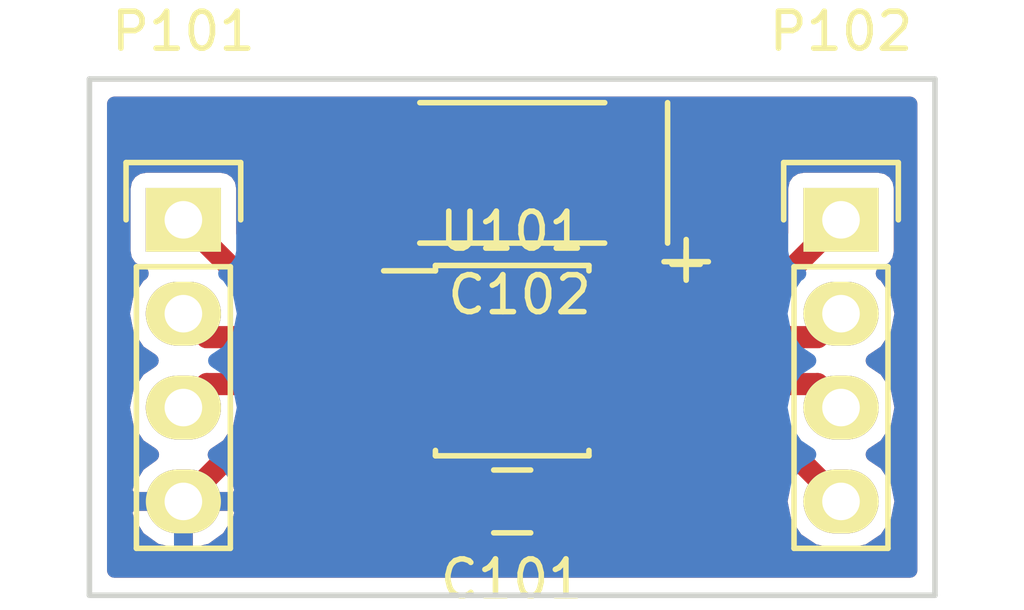
<source format=kicad_pcb>
(kicad_pcb (version 4) (host pcbnew 4.0.2+e4-6225~38~ubuntu14.04.1-stable)

  (general
    (links 12)
    (no_connects 0)
    (area 133.271667 95.325 161.368334 112.345)
    (thickness 1.6)
    (drawings 4)
    (tracks 20)
    (zones 0)
    (modules 5)
    (nets 9)
  )

  (page A4)
  (layers
    (0 F.Cu signal)
    (31 B.Cu signal)
    (32 B.Adhes user)
    (33 F.Adhes user)
    (34 B.Paste user)
    (35 F.Paste user)
    (36 B.SilkS user)
    (37 F.SilkS user)
    (38 B.Mask user)
    (39 F.Mask user)
    (40 Dwgs.User user)
    (41 Cmts.User user)
    (42 Eco1.User user)
    (43 Eco2.User user)
    (44 Edge.Cuts user)
    (45 Margin user)
    (46 B.CrtYd user)
    (47 F.CrtYd user)
    (48 B.Fab user)
    (49 F.Fab user)
  )

  (setup
    (last_trace_width 0.6)
    (trace_clearance 0.25)
    (zone_clearance 0.4)
    (zone_45_only no)
    (trace_min 0.3)
    (segment_width 0.2)
    (edge_width 0.15)
    (via_size 1.5)
    (via_drill 1)
    (via_min_size 1.5)
    (via_min_drill 1)
    (uvia_size 0.3)
    (uvia_drill 0.1)
    (uvias_allowed no)
    (uvia_min_size 0.2)
    (uvia_min_drill 0.1)
    (pcb_text_width 0.3)
    (pcb_text_size 1.5 1.5)
    (mod_edge_width 0.15)
    (mod_text_size 1 1)
    (mod_text_width 0.15)
    (pad_size 1.524 1.524)
    (pad_drill 0.762)
    (pad_to_mask_clearance 0.2)
    (aux_axis_origin 0 0)
    (visible_elements FFFCFF7F)
    (pcbplotparams
      (layerselection 0x01000_80000001)
      (usegerberextensions false)
      (excludeedgelayer true)
      (linewidth 0.050000)
      (plotframeref false)
      (viasonmask false)
      (mode 1)
      (useauxorigin false)
      (hpglpennumber 1)
      (hpglpenspeed 20)
      (hpglpendiameter 15)
      (hpglpenoverlay 2)
      (psnegative false)
      (psa4output false)
      (plotreference true)
      (plotvalue true)
      (plotinvisibletext false)
      (padsonsilk false)
      (subtractmaskfromsilk false)
      (outputformat 1)
      (mirror false)
      (drillshape 0)
      (scaleselection 1)
      (outputdirectory ./manufacture))
  )

  (net 0 "")
  (net 1 VDD)
  (net 2 GND)
  (net 3 "Net-(P101-Pad1)")
  (net 4 "Net-(P101-Pad2)")
  (net 5 "Net-(P101-Pad3)")
  (net 6 "Net-(P102-Pad1)")
  (net 7 "Net-(P102-Pad3)")
  (net 8 "Net-(P102-Pad4)")

  (net_class Default "This is the default net class."
    (clearance 0.25)
    (trace_width 0.6)
    (via_dia 1.5)
    (via_drill 1)
    (uvia_dia 0.3)
    (uvia_drill 0.1)
    (add_net GND)
    (add_net "Net-(P101-Pad1)")
    (add_net "Net-(P101-Pad2)")
    (add_net "Net-(P101-Pad3)")
    (add_net "Net-(P102-Pad1)")
    (add_net "Net-(P102-Pad3)")
    (add_net "Net-(P102-Pad4)")
    (add_net VDD)
  )

  (module Capacitors_SMD:C_0805_HandSoldering (layer F.Cu) (tedit 541A9B8D) (tstamp 579B4817)
    (at 147.32 109.22 180)
    (descr "Capacitor SMD 0805, hand soldering")
    (tags "capacitor 0805")
    (path /579B4ADE)
    (attr smd)
    (fp_text reference C101 (at 0 -2.1 180) (layer F.SilkS)
      (effects (font (size 1 1) (thickness 0.15)))
    )
    (fp_text value "100n ceramic" (at 0 2.1 180) (layer F.Fab)
      (effects (font (size 1 1) (thickness 0.15)))
    )
    (fp_line (start -2.3 -1) (end 2.3 -1) (layer F.CrtYd) (width 0.05))
    (fp_line (start -2.3 1) (end 2.3 1) (layer F.CrtYd) (width 0.05))
    (fp_line (start -2.3 -1) (end -2.3 1) (layer F.CrtYd) (width 0.05))
    (fp_line (start 2.3 -1) (end 2.3 1) (layer F.CrtYd) (width 0.05))
    (fp_line (start 0.5 -0.85) (end -0.5 -0.85) (layer F.SilkS) (width 0.15))
    (fp_line (start -0.5 0.85) (end 0.5 0.85) (layer F.SilkS) (width 0.15))
    (pad 1 smd rect (at -1.25 0 180) (size 1.5 1.25) (layers F.Cu F.Paste F.Mask)
      (net 1 VDD))
    (pad 2 smd rect (at 1.25 0 180) (size 1.5 1.25) (layers F.Cu F.Paste F.Mask)
      (net 2 GND))
    (model Capacitors_SMD.3dshapes/C_0805_HandSoldering.wrl
      (at (xyz 0 0 0))
      (scale (xyz 1 1 1))
      (rotate (xyz 0 0 0))
    )
  )

  (module Capacitors_Tantalum_SMD:TantalC_SizeB_EIA-3528_HandSoldering (layer F.Cu) (tedit 0) (tstamp 579B481D)
    (at 147.32 100.33 180)
    (descr "Tantal Cap. , Size B, EIA-3528, Hand Soldering,")
    (tags "Tantal Cap. , Size B, EIA-3528, Hand Soldering,")
    (path /579B4B03)
    (attr smd)
    (fp_text reference C102 (at -0.20066 -3.29946 180) (layer F.SilkS)
      (effects (font (size 1 1) (thickness 0.15)))
    )
    (fp_text value "1u tantalum" (at -0.09906 3.59918 180) (layer F.Fab)
      (effects (font (size 1 1) (thickness 0.15)))
    )
    (fp_text user + (at -4.70154 -2.4003 180) (layer F.SilkS)
      (effects (font (size 1 1) (thickness 0.15)))
    )
    (fp_line (start -4.20116 -1.89992) (end -4.20116 1.89992) (layer F.SilkS) (width 0.15))
    (fp_line (start 2.49936 -1.89992) (end -2.49936 -1.89992) (layer F.SilkS) (width 0.15))
    (fp_line (start 2.49682 1.89992) (end -2.5019 1.89992) (layer F.SilkS) (width 0.15))
    (fp_line (start -4.70408 -2.90322) (end -4.70408 -1.8034) (layer F.SilkS) (width 0.15))
    (fp_line (start -5.30352 -2.40284) (end -4.10464 -2.40284) (layer F.SilkS) (width 0.15))
    (pad 2 smd rect (at 2.12598 0 180) (size 3.1496 1.80086) (layers F.Cu F.Paste F.Mask)
      (net 2 GND))
    (pad 1 smd rect (at -2.12598 0 180) (size 3.1496 1.80086) (layers F.Cu F.Paste F.Mask)
      (net 1 VDD))
    (model Capacitors_Tantalum_SMD.3dshapes/TantalC_SizeB_EIA-3528_HandSoldering.wrl
      (at (xyz 0 0 0))
      (scale (xyz 1 1 1))
      (rotate (xyz 0 0 180))
    )
  )

  (module Pin_Headers:Pin_Header_Straight_1x04 (layer F.Cu) (tedit 0) (tstamp 579B4825)
    (at 138.43 101.6)
    (descr "Through hole pin header")
    (tags "pin header")
    (path /579B51CE)
    (fp_text reference P101 (at 0 -5.1) (layer F.SilkS)
      (effects (font (size 1 1) (thickness 0.15)))
    )
    (fp_text value CONN_01X04 (at 0 -3.1) (layer F.Fab)
      (effects (font (size 1 1) (thickness 0.15)))
    )
    (fp_line (start -1.75 -1.75) (end -1.75 9.4) (layer F.CrtYd) (width 0.05))
    (fp_line (start 1.75 -1.75) (end 1.75 9.4) (layer F.CrtYd) (width 0.05))
    (fp_line (start -1.75 -1.75) (end 1.75 -1.75) (layer F.CrtYd) (width 0.05))
    (fp_line (start -1.75 9.4) (end 1.75 9.4) (layer F.CrtYd) (width 0.05))
    (fp_line (start -1.27 1.27) (end -1.27 8.89) (layer F.SilkS) (width 0.15))
    (fp_line (start 1.27 1.27) (end 1.27 8.89) (layer F.SilkS) (width 0.15))
    (fp_line (start 1.55 -1.55) (end 1.55 0) (layer F.SilkS) (width 0.15))
    (fp_line (start -1.27 8.89) (end 1.27 8.89) (layer F.SilkS) (width 0.15))
    (fp_line (start 1.27 1.27) (end -1.27 1.27) (layer F.SilkS) (width 0.15))
    (fp_line (start -1.55 0) (end -1.55 -1.55) (layer F.SilkS) (width 0.15))
    (fp_line (start -1.55 -1.55) (end 1.55 -1.55) (layer F.SilkS) (width 0.15))
    (pad 1 thru_hole rect (at 0 0) (size 2.032 1.7272) (drill 1.016) (layers *.Cu *.Mask F.SilkS)
      (net 3 "Net-(P101-Pad1)"))
    (pad 2 thru_hole oval (at 0 2.54) (size 2.032 1.7272) (drill 1.016) (layers *.Cu *.Mask F.SilkS)
      (net 4 "Net-(P101-Pad2)"))
    (pad 3 thru_hole oval (at 0 5.08) (size 2.032 1.7272) (drill 1.016) (layers *.Cu *.Mask F.SilkS)
      (net 5 "Net-(P101-Pad3)"))
    (pad 4 thru_hole oval (at 0 7.62) (size 2.032 1.7272) (drill 1.016) (layers *.Cu *.Mask F.SilkS)
      (net 2 GND))
    (model Pin_Headers.3dshapes/Pin_Header_Straight_1x04.wrl
      (at (xyz 0 -0.15 0))
      (scale (xyz 1 1 1))
      (rotate (xyz 0 0 90))
    )
  )

  (module Pin_Headers:Pin_Header_Straight_1x04 (layer F.Cu) (tedit 0) (tstamp 579B482D)
    (at 156.21 101.6)
    (descr "Through hole pin header")
    (tags "pin header")
    (path /579B5267)
    (fp_text reference P102 (at 0 -5.1) (layer F.SilkS)
      (effects (font (size 1 1) (thickness 0.15)))
    )
    (fp_text value CONN_01X04 (at 0 -3.1) (layer F.Fab)
      (effects (font (size 1 1) (thickness 0.15)))
    )
    (fp_line (start -1.75 -1.75) (end -1.75 9.4) (layer F.CrtYd) (width 0.05))
    (fp_line (start 1.75 -1.75) (end 1.75 9.4) (layer F.CrtYd) (width 0.05))
    (fp_line (start -1.75 -1.75) (end 1.75 -1.75) (layer F.CrtYd) (width 0.05))
    (fp_line (start -1.75 9.4) (end 1.75 9.4) (layer F.CrtYd) (width 0.05))
    (fp_line (start -1.27 1.27) (end -1.27 8.89) (layer F.SilkS) (width 0.15))
    (fp_line (start 1.27 1.27) (end 1.27 8.89) (layer F.SilkS) (width 0.15))
    (fp_line (start 1.55 -1.55) (end 1.55 0) (layer F.SilkS) (width 0.15))
    (fp_line (start -1.27 8.89) (end 1.27 8.89) (layer F.SilkS) (width 0.15))
    (fp_line (start 1.27 1.27) (end -1.27 1.27) (layer F.SilkS) (width 0.15))
    (fp_line (start -1.55 0) (end -1.55 -1.55) (layer F.SilkS) (width 0.15))
    (fp_line (start -1.55 -1.55) (end 1.55 -1.55) (layer F.SilkS) (width 0.15))
    (pad 1 thru_hole rect (at 0 0) (size 2.032 1.7272) (drill 1.016) (layers *.Cu *.Mask F.SilkS)
      (net 6 "Net-(P102-Pad1)"))
    (pad 2 thru_hole oval (at 0 2.54) (size 2.032 1.7272) (drill 1.016) (layers *.Cu *.Mask F.SilkS)
      (net 1 VDD))
    (pad 3 thru_hole oval (at 0 5.08) (size 2.032 1.7272) (drill 1.016) (layers *.Cu *.Mask F.SilkS)
      (net 7 "Net-(P102-Pad3)"))
    (pad 4 thru_hole oval (at 0 7.62) (size 2.032 1.7272) (drill 1.016) (layers *.Cu *.Mask F.SilkS)
      (net 8 "Net-(P102-Pad4)"))
    (model Pin_Headers.3dshapes/Pin_Header_Straight_1x04.wrl
      (at (xyz 0 -0.15 0))
      (scale (xyz 1 1 1))
      (rotate (xyz 0 0 90))
    )
  )

  (module Housings_SOIC:SOIC-8_3.9x4.9mm_Pitch1.27mm (layer F.Cu) (tedit 54130A77) (tstamp 579B4839)
    (at 147.32 105.41)
    (descr "8-Lead Plastic Small Outline (SN) - Narrow, 3.90 mm Body [SOIC] (see Microchip Packaging Specification 00000049BS.pdf)")
    (tags "SOIC 1.27")
    (path /579B4500)
    (attr smd)
    (fp_text reference U101 (at 0 -3.5) (layer F.SilkS)
      (effects (font (size 1 1) (thickness 0.15)))
    )
    (fp_text value MCP6N11 (at 0 3.5) (layer F.Fab)
      (effects (font (size 1 1) (thickness 0.15)))
    )
    (fp_line (start -3.75 -2.75) (end -3.75 2.75) (layer F.CrtYd) (width 0.05))
    (fp_line (start 3.75 -2.75) (end 3.75 2.75) (layer F.CrtYd) (width 0.05))
    (fp_line (start -3.75 -2.75) (end 3.75 -2.75) (layer F.CrtYd) (width 0.05))
    (fp_line (start -3.75 2.75) (end 3.75 2.75) (layer F.CrtYd) (width 0.05))
    (fp_line (start -2.075 -2.575) (end -2.075 -2.43) (layer F.SilkS) (width 0.15))
    (fp_line (start 2.075 -2.575) (end 2.075 -2.43) (layer F.SilkS) (width 0.15))
    (fp_line (start 2.075 2.575) (end 2.075 2.43) (layer F.SilkS) (width 0.15))
    (fp_line (start -2.075 2.575) (end -2.075 2.43) (layer F.SilkS) (width 0.15))
    (fp_line (start -2.075 -2.575) (end 2.075 -2.575) (layer F.SilkS) (width 0.15))
    (fp_line (start -2.075 2.575) (end 2.075 2.575) (layer F.SilkS) (width 0.15))
    (fp_line (start -2.075 -2.43) (end -3.475 -2.43) (layer F.SilkS) (width 0.15))
    (pad 1 smd rect (at -2.7 -1.905) (size 1.55 0.6) (layers F.Cu F.Paste F.Mask)
      (net 3 "Net-(P101-Pad1)"))
    (pad 2 smd rect (at -2.7 -0.635) (size 1.55 0.6) (layers F.Cu F.Paste F.Mask)
      (net 4 "Net-(P101-Pad2)"))
    (pad 3 smd rect (at -2.7 0.635) (size 1.55 0.6) (layers F.Cu F.Paste F.Mask)
      (net 5 "Net-(P101-Pad3)"))
    (pad 4 smd rect (at -2.7 1.905) (size 1.55 0.6) (layers F.Cu F.Paste F.Mask)
      (net 2 GND))
    (pad 5 smd rect (at 2.7 1.905) (size 1.55 0.6) (layers F.Cu F.Paste F.Mask)
      (net 8 "Net-(P102-Pad4)"))
    (pad 6 smd rect (at 2.7 0.635) (size 1.55 0.6) (layers F.Cu F.Paste F.Mask)
      (net 7 "Net-(P102-Pad3)"))
    (pad 7 smd rect (at 2.7 -0.635) (size 1.55 0.6) (layers F.Cu F.Paste F.Mask)
      (net 1 VDD))
    (pad 8 smd rect (at 2.7 -1.905) (size 1.55 0.6) (layers F.Cu F.Paste F.Mask)
      (net 6 "Net-(P102-Pad1)"))
    (model Housings_SOIC.3dshapes/SOIC-8_3.9x4.9mm_Pitch1.27mm.wrl
      (at (xyz 0 0 0))
      (scale (xyz 1 1 1))
      (rotate (xyz 0 0 0))
    )
  )

  (gr_line (start 158.75 111.76) (end 158.75 97.79) (angle 90) (layer Edge.Cuts) (width 0.15))
  (gr_line (start 135.89 111.76) (end 158.75 111.76) (angle 90) (layer Edge.Cuts) (width 0.15))
  (gr_line (start 135.89 97.79) (end 135.89 111.76) (angle 90) (layer Edge.Cuts) (width 0.15))
  (gr_line (start 158.75 97.79) (end 135.89 97.79) (angle 90) (layer Edge.Cuts) (width 0.15))

  (segment (start 150.02 104.775) (end 155.575 104.775) (width 0.6) (layer F.Cu) (net 1))
  (segment (start 155.575 104.775) (end 156.21 104.14) (width 0.6) (layer F.Cu) (net 1) (tstamp 579B4A5C))
  (segment (start 150.02 104.775) (end 148.57 104.775) (width 0.6) (layer F.Cu) (net 1))
  (segment (start 148.57 109.22) (end 148.57 104.775) (width 0.6) (layer F.Cu) (net 1))
  (segment (start 148.57 104.775) (end 148.57 101.20598) (width 0.6) (layer F.Cu) (net 1) (tstamp 579B48F5))
  (segment (start 148.57 101.20598) (end 149.44598 100.33) (width 0.6) (layer F.Cu) (net 1) (tstamp 579B48F0))
  (segment (start 144.62 107.315) (end 140.335 107.315) (width 0.6) (layer F.Cu) (net 2))
  (segment (start 140.335 107.315) (end 138.43 109.22) (width 0.6) (layer F.Cu) (net 2) (tstamp 579B4A56))
  (segment (start 144.62 103.505) (end 140.335 103.505) (width 0.6) (layer F.Cu) (net 3))
  (segment (start 140.335 103.505) (end 138.43 101.6) (width 0.6) (layer F.Cu) (net 3) (tstamp 579B4A4D))
  (segment (start 144.62 104.775) (end 139.065 104.775) (width 0.6) (layer F.Cu) (net 4))
  (segment (start 139.065 104.775) (end 138.43 104.14) (width 0.6) (layer F.Cu) (net 4) (tstamp 579B4A50))
  (segment (start 144.62 106.045) (end 139.065 106.045) (width 0.6) (layer F.Cu) (net 5))
  (segment (start 139.065 106.045) (end 138.43 106.68) (width 0.6) (layer F.Cu) (net 5) (tstamp 579B4A53))
  (segment (start 150.02 103.505) (end 154.305 103.505) (width 0.6) (layer F.Cu) (net 6))
  (segment (start 154.305 103.505) (end 156.21 101.6) (width 0.6) (layer F.Cu) (net 6) (tstamp 579B4A59))
  (segment (start 150.02 106.045) (end 155.575 106.045) (width 0.6) (layer F.Cu) (net 7))
  (segment (start 155.575 106.045) (end 156.21 106.68) (width 0.6) (layer F.Cu) (net 7) (tstamp 579B4A5F))
  (segment (start 150.02 107.315) (end 154.305 107.315) (width 0.6) (layer F.Cu) (net 8))
  (segment (start 154.305 107.315) (end 156.21 109.22) (width 0.6) (layer F.Cu) (net 8) (tstamp 579B4A62))

  (zone (net 2) (net_name GND) (layer F.Cu) (tstamp 579B6AAC) (hatch edge 0.508)
    (connect_pads (clearance 0.4))
    (min_thickness 0.4)
    (fill yes (arc_segments 16) (thermal_gap 0.4) (thermal_bridge_width 0.508))
    (polygon
      (pts
        (xy 158.75 111.76) (xy 135.89 111.76) (xy 135.89 97.79) (xy 158.75 97.79) (xy 158.75 111.76)
      )
    )
    (filled_polygon
      (pts
        (xy 158.075 111.085) (xy 136.565 111.085) (xy 136.565 109.502137) (xy 136.841452 109.502137) (xy 136.904745 109.730206)
        (xy 137.204495 110.216738) (xy 137.667615 110.551525) (xy 138.2236 110.6836) (xy 138.376 110.6836) (xy 138.376 109.274)
        (xy 138.484 109.274) (xy 138.484 110.6836) (xy 138.6364 110.6836) (xy 139.192385 110.551525) (xy 139.655505 110.216738)
        (xy 139.955255 109.730206) (xy 140.018548 109.502137) (xy 139.976196 109.424) (xy 144.72 109.424) (xy 144.72 109.964348)
        (xy 144.811345 110.184873) (xy 144.980128 110.353656) (xy 145.200653 110.445) (xy 145.866 110.445) (xy 146.016 110.295)
        (xy 146.016 109.274) (xy 144.87 109.274) (xy 144.72 109.424) (xy 139.976196 109.424) (xy 139.89489 109.274)
        (xy 138.484 109.274) (xy 138.376 109.274) (xy 136.96511 109.274) (xy 136.841452 109.502137) (xy 136.565 109.502137)
        (xy 136.565 104.14) (xy 136.782341 104.14) (xy 136.893751 104.700095) (xy 137.21102 105.174921) (xy 137.56284 105.41)
        (xy 137.21102 105.645079) (xy 136.893751 106.119905) (xy 136.782341 106.68) (xy 136.893751 107.240095) (xy 137.21102 107.714921)
        (xy 137.57306 107.956829) (xy 137.204495 108.223262) (xy 136.904745 108.709794) (xy 136.841452 108.937863) (xy 136.96511 109.166)
        (xy 138.376 109.166) (xy 138.376 109.146) (xy 138.484 109.146) (xy 138.484 109.166) (xy 139.89489 109.166)
        (xy 140.018548 108.937863) (xy 139.955255 108.709794) (xy 139.655505 108.223262) (xy 139.28694 107.956829) (xy 139.64898 107.714921)
        (xy 139.77989 107.519) (xy 143.245 107.519) (xy 143.245 107.734348) (xy 143.336345 107.954873) (xy 143.505128 108.123656)
        (xy 143.725653 108.215) (xy 144.416 108.215) (xy 144.566 108.065) (xy 144.566 107.369) (xy 144.674 107.369)
        (xy 144.674 108.065) (xy 144.824 108.215) (xy 144.851472 108.215) (xy 144.811345 108.255127) (xy 144.72 108.475652)
        (xy 144.72 109.016) (xy 144.87 109.166) (xy 146.016 109.166) (xy 146.016 108.145) (xy 145.866 107.995)
        (xy 145.863528 107.995) (xy 145.903655 107.954873) (xy 145.995 107.734348) (xy 145.995 107.519) (xy 145.845 107.369)
        (xy 144.674 107.369) (xy 144.566 107.369) (xy 143.395 107.369) (xy 143.245 107.519) (xy 139.77989 107.519)
        (xy 139.966249 107.240095) (xy 140.024947 106.945) (xy 143.245 106.945) (xy 143.245 107.111) (xy 143.395 107.261)
        (xy 144.566 107.261) (xy 144.566 107.241) (xy 144.674 107.241) (xy 144.674 107.261) (xy 145.845 107.261)
        (xy 145.995 107.111) (xy 145.995 106.895652) (xy 145.903655 106.675127) (xy 145.898877 106.670349) (xy 145.958556 106.583007)
        (xy 146.006754 106.345) (xy 146.006754 105.745) (xy 145.964917 105.522654) (xy 145.892357 105.409893) (xy 145.958556 105.313007)
        (xy 146.006754 105.075) (xy 146.006754 104.475) (xy 145.964917 104.252654) (xy 145.892357 104.139893) (xy 145.958556 104.043007)
        (xy 146.006754 103.805) (xy 146.006754 103.205) (xy 145.964917 102.982654) (xy 145.83351 102.778442) (xy 145.633007 102.641444)
        (xy 145.395 102.593246) (xy 143.845 102.593246) (xy 143.782532 102.605) (xy 140.707792 102.605) (xy 140.057754 101.954962)
        (xy 140.057754 100.7364) (xy 140.019671 100.534) (xy 143.01922 100.534) (xy 143.01922 101.349778) (xy 143.110565 101.570303)
        (xy 143.279348 101.739086) (xy 143.499873 101.83043) (xy 144.99002 101.83043) (xy 145.14002 101.68043) (xy 145.14002 100.384)
        (xy 143.16922 100.384) (xy 143.01922 100.534) (xy 140.019671 100.534) (xy 140.015917 100.514054) (xy 139.88451 100.309842)
        (xy 139.684007 100.172844) (xy 139.446 100.124646) (xy 137.414 100.124646) (xy 137.191654 100.166483) (xy 136.987442 100.29789)
        (xy 136.850444 100.498393) (xy 136.802246 100.7364) (xy 136.802246 102.4636) (xy 136.844083 102.685946) (xy 136.97549 102.890158)
        (xy 137.175993 103.027156) (xy 137.292369 103.050723) (xy 137.21102 103.105079) (xy 136.893751 103.579905) (xy 136.782341 104.14)
        (xy 136.565 104.14) (xy 136.565 99.310222) (xy 143.01922 99.310222) (xy 143.01922 100.126) (xy 143.16922 100.276)
        (xy 145.14002 100.276) (xy 145.14002 98.97957) (xy 145.24802 98.97957) (xy 145.24802 100.276) (xy 145.26802 100.276)
        (xy 145.26802 100.384) (xy 145.24802 100.384) (xy 145.24802 101.68043) (xy 145.39802 101.83043) (xy 146.888167 101.83043)
        (xy 147.108692 101.739086) (xy 147.277475 101.570303) (xy 147.316408 101.476312) (xy 147.43267 101.656988) (xy 147.633173 101.793986)
        (xy 147.67 101.801444) (xy 147.67 108.01147) (xy 147.597654 108.025083) (xy 147.393442 108.15649) (xy 147.327105 108.253577)
        (xy 147.159872 108.086344) (xy 146.939347 107.995) (xy 146.274 107.995) (xy 146.124 108.145) (xy 146.124 109.166)
        (xy 146.144 109.166) (xy 146.144 109.274) (xy 146.124 109.274) (xy 146.124 110.295) (xy 146.274 110.445)
        (xy 146.939347 110.445) (xy 147.159872 110.353656) (xy 147.326863 110.186665) (xy 147.38149 110.271558) (xy 147.581993 110.408556)
        (xy 147.82 110.456754) (xy 149.32 110.456754) (xy 149.542346 110.414917) (xy 149.746558 110.28351) (xy 149.883556 110.083007)
        (xy 149.931754 109.845) (xy 149.931754 108.595) (xy 149.889917 108.372654) (xy 149.796033 108.226754) (xy 150.795 108.226754)
        (xy 150.857468 108.215) (xy 153.932208 108.215) (xy 154.624536 108.907328) (xy 154.562341 109.22) (xy 154.673751 109.780095)
        (xy 154.99102 110.254921) (xy 155.465846 110.57219) (xy 156.025941 110.6836) (xy 156.394059 110.6836) (xy 156.954154 110.57219)
        (xy 157.42898 110.254921) (xy 157.746249 109.780095) (xy 157.857659 109.22) (xy 157.746249 108.659905) (xy 157.42898 108.185079)
        (xy 157.07716 107.95) (xy 157.42898 107.714921) (xy 157.746249 107.240095) (xy 157.857659 106.68) (xy 157.746249 106.119905)
        (xy 157.42898 105.645079) (xy 157.07716 105.41) (xy 157.42898 105.174921) (xy 157.746249 104.700095) (xy 157.857659 104.14)
        (xy 157.746249 103.579905) (xy 157.42898 103.105079) (xy 157.349668 103.052084) (xy 157.448346 103.033517) (xy 157.652558 102.90211)
        (xy 157.789556 102.701607) (xy 157.837754 102.4636) (xy 157.837754 100.7364) (xy 157.795917 100.514054) (xy 157.66451 100.309842)
        (xy 157.464007 100.172844) (xy 157.226 100.124646) (xy 155.194 100.124646) (xy 154.971654 100.166483) (xy 154.767442 100.29789)
        (xy 154.630444 100.498393) (xy 154.582246 100.7364) (xy 154.582246 101.954962) (xy 153.932208 102.605) (xy 150.853043 102.605)
        (xy 150.795 102.593246) (xy 149.47 102.593246) (xy 149.47 101.842184) (xy 151.02078 101.842184) (xy 151.243126 101.800347)
        (xy 151.447338 101.66894) (xy 151.584336 101.468437) (xy 151.632534 101.23043) (xy 151.632534 99.42957) (xy 151.590697 99.207224)
        (xy 151.45929 99.003012) (xy 151.258787 98.866014) (xy 151.02078 98.817816) (xy 147.87118 98.817816) (xy 147.648834 98.859653)
        (xy 147.444622 98.99106) (xy 147.315123 99.180587) (xy 147.277475 99.089697) (xy 147.108692 98.920914) (xy 146.888167 98.82957)
        (xy 145.39802 98.82957) (xy 145.24802 98.97957) (xy 145.14002 98.97957) (xy 144.99002 98.82957) (xy 143.499873 98.82957)
        (xy 143.279348 98.920914) (xy 143.110565 99.089697) (xy 143.01922 99.310222) (xy 136.565 99.310222) (xy 136.565 98.465)
        (xy 158.075 98.465)
      )
    )
  )
  (zone (net 2) (net_name GND) (layer B.Cu) (tstamp 579B6ABC) (hatch edge 0.508)
    (connect_pads (clearance 0.4))
    (min_thickness 0.4)
    (fill yes (arc_segments 16) (thermal_gap 0.4) (thermal_bridge_width 0.508))
    (polygon
      (pts
        (xy 158.75 111.76) (xy 135.89 111.76) (xy 135.89 97.79) (xy 158.75 97.79) (xy 158.75 111.76)
      )
    )
    (filled_polygon
      (pts
        (xy 158.075 111.085) (xy 136.565 111.085) (xy 136.565 109.502137) (xy 136.841452 109.502137) (xy 136.904745 109.730206)
        (xy 137.204495 110.216738) (xy 137.667615 110.551525) (xy 138.2236 110.6836) (xy 138.376 110.6836) (xy 138.376 109.274)
        (xy 138.484 109.274) (xy 138.484 110.6836) (xy 138.6364 110.6836) (xy 139.192385 110.551525) (xy 139.655505 110.216738)
        (xy 139.955255 109.730206) (xy 140.018548 109.502137) (xy 139.89489 109.274) (xy 138.484 109.274) (xy 138.376 109.274)
        (xy 136.96511 109.274) (xy 136.841452 109.502137) (xy 136.565 109.502137) (xy 136.565 104.14) (xy 136.782341 104.14)
        (xy 136.893751 104.700095) (xy 137.21102 105.174921) (xy 137.56284 105.41) (xy 137.21102 105.645079) (xy 136.893751 106.119905)
        (xy 136.782341 106.68) (xy 136.893751 107.240095) (xy 137.21102 107.714921) (xy 137.57306 107.956829) (xy 137.204495 108.223262)
        (xy 136.904745 108.709794) (xy 136.841452 108.937863) (xy 136.96511 109.166) (xy 138.376 109.166) (xy 138.376 109.146)
        (xy 138.484 109.146) (xy 138.484 109.166) (xy 139.89489 109.166) (xy 140.018548 108.937863) (xy 139.955255 108.709794)
        (xy 139.655505 108.223262) (xy 139.28694 107.956829) (xy 139.64898 107.714921) (xy 139.966249 107.240095) (xy 140.077659 106.68)
        (xy 139.966249 106.119905) (xy 139.64898 105.645079) (xy 139.29716 105.41) (xy 139.64898 105.174921) (xy 139.966249 104.700095)
        (xy 140.077659 104.14) (xy 154.562341 104.14) (xy 154.673751 104.700095) (xy 154.99102 105.174921) (xy 155.34284 105.41)
        (xy 154.99102 105.645079) (xy 154.673751 106.119905) (xy 154.562341 106.68) (xy 154.673751 107.240095) (xy 154.99102 107.714921)
        (xy 155.34284 107.95) (xy 154.99102 108.185079) (xy 154.673751 108.659905) (xy 154.562341 109.22) (xy 154.673751 109.780095)
        (xy 154.99102 110.254921) (xy 155.465846 110.57219) (xy 156.025941 110.6836) (xy 156.394059 110.6836) (xy 156.954154 110.57219)
        (xy 157.42898 110.254921) (xy 157.746249 109.780095) (xy 157.857659 109.22) (xy 157.746249 108.659905) (xy 157.42898 108.185079)
        (xy 157.07716 107.95) (xy 157.42898 107.714921) (xy 157.746249 107.240095) (xy 157.857659 106.68) (xy 157.746249 106.119905)
        (xy 157.42898 105.645079) (xy 157.07716 105.41) (xy 157.42898 105.174921) (xy 157.746249 104.700095) (xy 157.857659 104.14)
        (xy 157.746249 103.579905) (xy 157.42898 103.105079) (xy 157.349668 103.052084) (xy 157.448346 103.033517) (xy 157.652558 102.90211)
        (xy 157.789556 102.701607) (xy 157.837754 102.4636) (xy 157.837754 100.7364) (xy 157.795917 100.514054) (xy 157.66451 100.309842)
        (xy 157.464007 100.172844) (xy 157.226 100.124646) (xy 155.194 100.124646) (xy 154.971654 100.166483) (xy 154.767442 100.29789)
        (xy 154.630444 100.498393) (xy 154.582246 100.7364) (xy 154.582246 102.4636) (xy 154.624083 102.685946) (xy 154.75549 102.890158)
        (xy 154.955993 103.027156) (xy 155.072369 103.050723) (xy 154.99102 103.105079) (xy 154.673751 103.579905) (xy 154.562341 104.14)
        (xy 140.077659 104.14) (xy 139.966249 103.579905) (xy 139.64898 103.105079) (xy 139.569668 103.052084) (xy 139.668346 103.033517)
        (xy 139.872558 102.90211) (xy 140.009556 102.701607) (xy 140.057754 102.4636) (xy 140.057754 100.7364) (xy 140.015917 100.514054)
        (xy 139.88451 100.309842) (xy 139.684007 100.172844) (xy 139.446 100.124646) (xy 137.414 100.124646) (xy 137.191654 100.166483)
        (xy 136.987442 100.29789) (xy 136.850444 100.498393) (xy 136.802246 100.7364) (xy 136.802246 102.4636) (xy 136.844083 102.685946)
        (xy 136.97549 102.890158) (xy 137.175993 103.027156) (xy 137.292369 103.050723) (xy 137.21102 103.105079) (xy 136.893751 103.579905)
        (xy 136.782341 104.14) (xy 136.565 104.14) (xy 136.565 98.465) (xy 158.075 98.465)
      )
    )
  )
)

</source>
